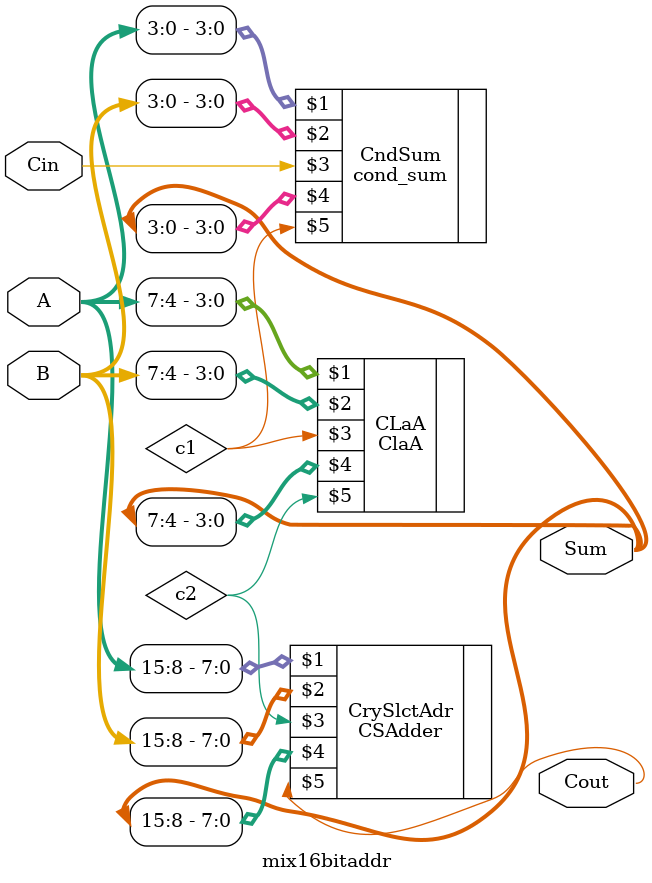
<source format=v>
`timescale 1ns / 1ps
module mix16bitaddr(input [15:0] A,B,input Cin,output [15:0] Sum,output Cout
    );
wire c1,c2;
cond_sum CndSum(A[3:0],B[3:0],Cin,Sum[3:0],c1);
	 
 ClaA CLaA(A[7:4],B[7:4],c1,Sum[7:4],c2);
 
CSAdder CrySlctAdr(A[15:8],B[15:8],c2,Sum[15:8],Cout);
	 
endmodule

</source>
